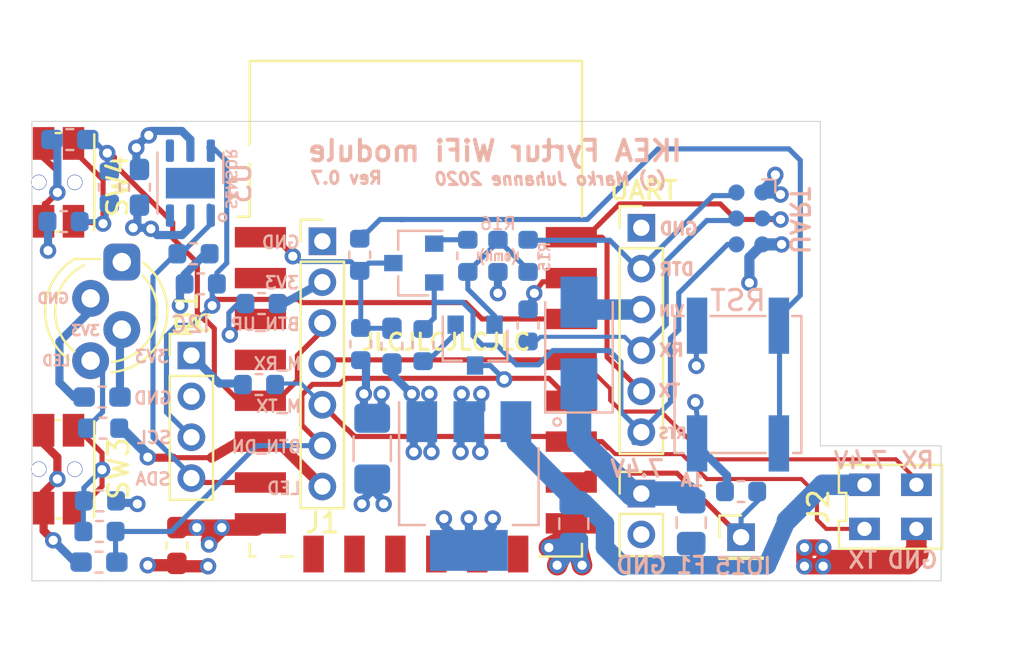
<source format=kicad_pcb>
(kicad_pcb (version 20171130) (host pcbnew "(5.1.6-0-10_14)")
  (layers (0 F.Cu signal) (1 In1.Cu signal hide) (2 In2.Cu signal hide) (31 B.Cu signal) (34 B.Paste user hide) (35 F.Paste user hide) (36 B.SilkS user) (37 F.SilkS user) (38 B.Mask user hide) (39 F.Mask user hide) (44 Edge.Cuts user))
  (net 0 "")
  (net 1 EN)
  (net 2 RTS)
  (net 3 "Net-(Q1-Pad1)")
  (net 4 DTR)
  (net 5 "Net-(Q2-Pad1)")
  (net 6 GND)
  (net 7 +3V3)
  (net 8 TXD0)
  (net 9 RXD0)
  (net 10 RST)
  (net 11 "Net-(R11-Pad1)")
  (net 12 "Net-(R10-Pad2)")
  (net 13 "Net-(R14-Pad2)")
  (net 14 TXD2)
  (net 15 "Net-(U2-Pad14)")
  (net 16 "Net-(U2-Pad13)")
  (net 17 "Net-(U2-Pad12)")
  (net 18 "Net-(U2-Pad11)")
  (net 19 "Net-(U2-Pad10)")
  (net 20 "Net-(U2-Pad9)")
  (net 21 RXD2)
  (net 22 LED)
  (net 23 BTN_UP)
  (net 24 "Net-(U2-Pad4)")
  (net 25 "Net-(U2-Pad2)")
  (net 26 GPIO15)
  (net 27 +7.5V)
  (net 28 CTS_DTR)
  (net 29 "Net-(D1-Pad4)")
  (net 30 "Net-(D1-Pad1)")
  (net 31 GPIO0_BTN_DOWN)
  (net 32 SDA)
  (net 33 SCL)
  (net 34 "Net-(U3-Pad7)")
  (net 35 "Net-(U3-Pad4)")
  (net 36 "Net-(U3-Pad3)")
  (net 37 VIN)
  (net 38 EXT_V)
  (net 39 "Net-(R17-Pad2)")
  (module ikea-fyrtur:Panasonic_EVQ-P7L (layer F.Cu) (at 92.2655 78.2955 90)
    (fp_text reference SW4 (at -0.1905 2.4765 90) (layer F.SilkS))
    (fp_text value S2)
    (pad "" np_thru_hole circle (at 0 -1.375 270) (size 0.75 0.75) (drill 0.7) (layers *.Cu *.Mask))
    (pad "" np_thru_hole circle (at 0 0.381 270) (size 0.75 0.75) (drill 0.7) (layers *.Cu *.Mask))
    (pad 1 smd rect (at 1.905 -1.143 270) (size 1.6 1.05) (layers F.Cu F.Paste F.Mask) (net 6 GND))
    (pad 1 smd rect (at -1.905 -1.143 270) (size 1.6 1.05) (layers F.Cu F.Paste F.Mask) (net 6 GND))
    (pad 2 smd rect (at -1.905 0.3175 270) (size 1.6 1.05) (layers F.Cu F.Paste F.Mask) (net 12 "Net-(R10-Pad2)"))
    (pad 2 smd rect (at 1.905 0.3175 270) (size 1.6 1.05) (layers F.Cu F.Paste F.Mask) (net 12 "Net-(R10-Pad2)"))
  )
  (module ikea-fyrtur:Panasonic_EVQ-P7L (layer F.Cu) (at 92.2655 92.329 90)
    (fp_text reference SW3 (at 0.0254 2.5273 90) (layer F.SilkS))
    (fp_text value S1)
    (pad "" np_thru_hole circle (at 0 -1.375 270) (size 0.75 0.75) (drill 0.7) (layers *.Cu *.Mask))
    (pad "" np_thru_hole circle (at 0 0.381 270) (size 0.75 0.75) (drill 0.7) (layers *.Cu *.Mask))
    (pad 1 smd rect (at 1.905 -1.143 270) (size 1.6 1.05) (layers F.Cu F.Paste F.Mask) (net 6 GND))
    (pad 1 smd rect (at -1.905 -1.143 270) (size 1.6 1.05) (layers F.Cu F.Paste F.Mask) (net 6 GND))
    (pad 2 smd rect (at -1.905 0.3175 270) (size 1.6 1.05) (layers F.Cu F.Paste F.Mask) (net 11 "Net-(R11-Pad1)"))
    (pad 2 smd rect (at 1.905 0.3175 270) (size 1.6 1.05) (layers F.Cu F.Paste F.Mask) (net 11 "Net-(R11-Pad1)"))
  )
  (module ikea-fyrtur:DFN-6-1EP_3x3mm_P1mm_EP1.5x2.4mm-HS (layer B.Cu) (at 98.298 78.3336 90)
    (fp_text reference U3 (at 0 2.45 -90) (layer B.SilkS) (effects (justify mirror)))
    (fp_text value Si7021-A20)
    (pad 1 smd roundrect (at -1.5875 1 90) (size 1.1 0.4) (layers B.Cu B.Paste B.Mask) (net 32 SDA))
    (pad 2 smd roundrect (at -1.5875 0 90) (size 1.1 0.4) (layers B.Cu B.Paste B.Mask) (net 6 GND))
    (pad 3 smd roundrect (at -1.5875 -1 90) (size 1.1 0.4) (layers B.Cu B.Paste B.Mask) (net 36 "Net-(U3-Pad3)"))
    (pad 4 smd roundrect (at 1.5875 -1 90) (size 1.1 0.4) (layers B.Cu B.Paste B.Mask) (net 35 "Net-(U3-Pad4)"))
    (pad 5 smd roundrect (at 1.5875 0 90) (size 1.1 0.4) (layers B.Cu B.Paste B.Mask) (net 7 +3V3))
    (pad 6 smd roundrect (at 1.5875 1 90) (size 1.1 0.4) (layers B.Cu B.Paste B.Mask) (net 33 SCL))
    (pad 7 smd rect (at 0 0 90) (size 1.5 2.4) (layers B.Cu B.Mask) (net 34 "Net-(U3-Pad7)"))
  )
  (module ikea-fyrtur:Fyrtyr-Motor-Connector (layer F.Cu) (at 132.5245 94.1705)
    (fp_text reference J2 (at -3.52 0 90) (layer F.SilkS))
    (fp_text value MOTOR)
    (pad "" np_thru_hole oval (at 0 0) (size 3.1 1) (drill oval 3.1 1) (layers *.Cu *.Mask))
    (pad 1 thru_hole rect (at 1.27 1.0795) (size 1.5 1.1) (drill 0.7) (layers *.Cu *.Mask) (net 6 GND))
    (pad 3 thru_hole rect (at 1.27 -1.0795) (size 1.5 1.1) (drill 0.7) (layers *.Cu *.Mask) (net 21 RXD2))
    (pad 2 thru_hole rect (at -1.27 1.0795) (size 1.5 1.1) (drill 0.7) (layers *.Cu *.Mask) (net 14 TXD2))
    (pad 4 thru_hole rect (at -1.27 -1.0795) (size 1.5 1.1) (drill 0.7) (layers *.Cu *.Mask) (net 27 +7.5V))
  )
  (module ikea-fyrtur:WS2812-TH (layer F.Cu) (at 94.9452 82.1944 270)
    (fp_text reference D1 (at 2.413 -3.198 90) (layer F.SilkS))
    (fp_text value WS2812-TH)
    (pad 4 thru_hole roundrect (at 0 0 270) (size 1.8 1.8) (drill 0.9) (layers *.Cu *.Mask) (net 29 "Net-(D1-Pad4)"))
    (pad 3 thru_hole circle (at 1.778 1.524 270) (size 1.8 1.8) (drill 0.9) (layers *.Cu *.Mask) (net 6 GND))
    (pad 2 thru_hole circle (at 3.302 0 270) (size 1.8 1.8) (drill 0.9) (layers *.Cu *.Mask) (net 7 +3V3))
    (pad 1 thru_hole circle (at 4.826 1.524 270) (size 1.8 1.8) (drill 0.9) (layers *.Cu *.Mask) (net 30 "Net-(D1-Pad1)"))
  )
  (module ikea-fyrtur:SMTToolingHole_1.152mm (layer F.Cu) (at 102.108 96.5708)
    (fp_text reference REF** hide)
    (fp_text value SMTToolingHole_1.152mm hide)
    (pad "" np_thru_hole circle (at 0 0) (size 1.152 1.152) (drill 1.152) (layers *.Cu *.Mask) (clearance 0.5) (thermal_gap 0.5))
  )
  (module ikea-fyrtur:SMTToolingHole_1.152mm (layer F.Cu) (at 101.6 76.9112)
    (fp_text reference REF** hide)
    (fp_text value SMTToolingHole_1.152mm hide)
    (pad "" np_thru_hole circle (at 0 0) (size 1.152 1.152) (drill 1.152) (layers *.Cu *.Mask) (clearance 0.5) (thermal_gap 0.5))
  )
  (module ikea-fyrtur:SMTToolingHole_1.152mm (layer F.Cu) (at 125.0696 88.1888)
    (fp_text reference REF** hide)
    (fp_text value SMTToolingHole_1.152mm hide)
    (pad "" np_thru_hole circle (at 0 0) (size 1.152 1.152) (drill 1.152) (layers *.Cu *.Mask) (clearance 0.5) (thermal_gap 0.5))
  )
  (module Capacitor_SMD:C_0805_2012Metric_Pad1.15x1.40mm_HandSolder (layer B.Cu) (at 117.0432 94.996 270)
    (fp_text reference C1 hide)
    (fp_text value "22uF 25V" hide)
    (pad 2 smd roundrect (at 1.025 0 270) (size 1.15 1.4) (layers B.Cu B.Paste B.Mask) (roundrect_rratio 0.217391) (net 6 GND))
    (pad 1 smd roundrect (at -1.025 0 270) (size 1.15 1.4) (layers B.Cu B.Paste B.Mask) (roundrect_rratio 0.217391) (net 27 +7.5V))
  )
  (module Resistor_SMD:R_0603_1608Metric (layer B.Cu) (at 106.5784 81.8388 90)
    (fp_text reference R17 hide)
    (fp_text value 470R hide)
    (pad 2 smd roundrect (at 0.7875 0 90) (size 0.875 0.95) (layers B.Cu B.Paste B.Mask) (net 39 "Net-(R17-Pad2)"))
    (pad 1 smd roundrect (at -0.7875 0 90) (size 0.875 0.95) (layers B.Cu B.Paste B.Mask) (net 10 RST))
  )
  (module Capacitor_SMD:C_0603_1608Metric_Pad1.05x0.95mm_HandSolder (layer B.Cu) (at 108.1532 86.3092 270)
    (fp_text reference C8 hide)
    (fp_text value "100nF 50V" hide)
    (pad 2 smd roundrect (at 0.875 0 270) (size 1.05 0.95) (layers B.Cu B.Paste B.Mask) (net 6 GND))
    (pad 1 smd roundrect (at -0.875 0 270) (size 1.05 0.95) (layers B.Cu B.Paste B.Mask) (net 10 RST))
  )
  (module Capacitor_SMD:C_1206_3216Metric_Pad1.42x1.75mm_HandSolder (layer B.Cu) (at 107.188 91.3241 270)
    (fp_text reference C3 hide)
    (fp_text value "47uF 10V")
    (pad 2 smd roundrect (at 1.4875 0 270) (size 1.425 1.75) (layers B.Cu B.Paste B.Mask) (roundrect_rratio 0.175439) (net 6 GND))
    (pad 1 smd roundrect (at -1.4875 0 270) (size 1.425 1.75) (layers B.Cu B.Paste B.Mask) (roundrect_rratio 0.175439) (net 7 +3V3))
  )
  (module Fuse:Fuse_0805_2012Metric_Pad1.15x1.40mm_HandSolder (layer B.Cu) (at 122.7836 94.9452 270)
    (fp_text reference F1 (at 2.0828 0) (layer B.SilkS) (effects (font (size 0.8 0.8)) (justify mirror)))
    (fp_text value 1A (at -2.0828 -0.0508) (layer B.SilkS) (effects (font (size 0.6 0.6)) (justify mirror)))
    (pad 2 smd roundrect (at 1.025 0 270) (size 1.15 1.4) (layers B.Cu B.Paste B.Mask) (roundrect_rratio 0.217391) (net 27 +7.5V))
    (pad 1 smd roundrect (at -1.025 0 270) (size 1.15 1.4) (layers B.Cu B.Paste B.Mask) (roundrect_rratio 0.217391) (net 38 EXT_V))
  )
  (module Diode_SMD:D_SMA (layer B.Cu) (at 117.2972 86.1568 90)
    (fp_text reference D2 hide)
    (fp_text value SS14 hide)
    (pad 2 smd rect (at 2 0 90) (size 2.5 1.8) (layers B.Cu B.Paste B.Mask) (net 37 VIN))
    (pad 1 smd rect (at -2 0 90) (size 2.5 1.8) (layers B.Cu B.Paste B.Mask) (net 38 EXT_V))
  )
  (module Connector_PinHeader_2.00mm:PinHeader_1x01_P2.00mm_Vertical (layer F.Cu) (at 125.222 95.6564)
    (fp_text reference J8 hide)
    (fp_text value IO15 (at 0.1016 1.4224) (layer B.SilkS) (effects (font (size 0.8 0.8)) (justify mirror)))
    (pad 1 thru_hole rect (at 0 0) (size 1.35 1.35) (drill 0.8) (layers *.Cu *.Mask) (net 26 GPIO15))
  )
  (module Capacitor_SMD:C_0603_1608Metric_Pad1.05x0.95mm_HandSolder (layer B.Cu) (at 95.8088 78.5368 90)
    (fp_text reference C5 hide)
    (fp_text value "100nF 50V" hide)
    (pad 2 smd roundrect (at 0.875 0 90) (size 1.05 0.95) (layers B.Cu B.Paste B.Mask) (net 7 +3V3))
    (pad 1 smd roundrect (at -0.875 0 90) (size 1.05 0.95) (layers B.Cu B.Paste B.Mask) (net 6 GND))
  )
  (module Capacitor_SMD:C_0603_1608Metric_Pad1.05x0.95mm_HandSolder (layer B.Cu) (at 93.98 88.7984 180)
    (fp_text reference C2 hide)
    (fp_text value "100nF 50V" hide)
    (pad 2 smd roundrect (at 0.875 0 180) (size 1.05 0.95) (layers B.Cu B.Paste B.Mask) (net 6 GND))
    (pad 1 smd roundrect (at -0.875 0 180) (size 1.05 0.95) (layers B.Cu B.Paste B.Mask) (net 7 +3V3))
  )
  (module Resistor_SMD:R_0603_1608Metric (layer B.Cu) (at 101.6508 88.1888 180)
    (fp_text reference R8 hide)
    (fp_text value 10K hide)
    (pad 2 smd roundrect (at 0.7875 0 180) (size 0.875 0.95) (layers B.Cu B.Paste B.Mask) (net 7 +3V3))
    (pad 1 smd roundrect (at -0.7875 0 180) (size 0.875 0.95) (layers B.Cu B.Paste B.Mask) (net 14 TXD2))
  )
  (module Connector_PinHeader_2.00mm:PinHeader_1x04_P2.00mm_Vertical (layer F.Cu) (at 98.3488 86.7664)
    (fp_text reference J6 hide)
    (fp_text value I2C)
    (pad 4 thru_hole oval (at 0 6) (size 1.35 1.35) (drill 0.8) (layers *.Cu *.Mask) (net 32 SDA))
    (pad 3 thru_hole oval (at 0 4) (size 1.35 1.35) (drill 0.8) (layers *.Cu *.Mask) (net 33 SCL))
    (pad 2 thru_hole oval (at 0 2) (size 1.35 1.35) (drill 0.8) (layers *.Cu *.Mask) (net 6 GND))
    (pad 1 thru_hole rect (at 0 0) (size 1.35 1.35) (drill 0.8) (layers *.Cu *.Mask) (net 7 +3V3))
  )
  (module Button_Switch_SMD:SW_SPST_EVQP0 (layer B.Cu) (at 125.0696 88.1888 270)
    (fp_text reference SW1 hide)
    (fp_text value SW1_RST hide)
    (fp_text user RST (at -4.1148 0) (layer B.SilkS) (effects (justify mirror)))
    (pad 2 smd rect (at 2.88 -2 270) (size 2.75 1) (layers B.Cu B.Paste B.Mask) (net 39 "Net-(R17-Pad2)"))
    (pad 2 smd rect (at -2.88 -2 270) (size 2.75 1) (layers B.Cu B.Paste B.Mask) (net 39 "Net-(R17-Pad2)"))
    (pad 1 smd rect (at -2.88 2 270) (size 2.75 1) (layers B.Cu B.Paste B.Mask) (net 6 GND))
    (pad 1 smd rect (at 2.88 2 270) (size 2.75 1) (layers B.Cu B.Paste B.Mask) (net 6 GND))
  )
  (module Resistor_SMD:R_0603_1608Metric (layer B.Cu) (at 98.806 83.2612 180)
    (fp_text reference R6 hide)
    (fp_text value 10K)
    (pad 2 smd roundrect (at 0.7875 0 180) (size 0.875 0.95) (layers B.Cu B.Paste B.Mask) (net 7 +3V3))
    (pad 1 smd roundrect (at -0.7875 0 180) (size 0.875 0.95) (layers B.Cu B.Paste B.Mask) (net 33 SCL))
  )
  (module Connector_PinHeader_2.00mm:PinHeader_1x02_P2.00mm_Vertical (layer F.Cu) (at 120.3452 93.5228)
    (fp_text reference J5 hide)
    (fp_text value PWR)
    (pad 2 thru_hole oval (at 0 2) (size 1.35 1.35) (drill 0.8) (layers *.Cu *.Mask) (net 6 GND))
    (pad 1 thru_hole rect (at 0 0) (size 1.35 1.35) (drill 0.8) (layers *.Cu *.Mask) (net 38 EXT_V))
  )
  (module Connector_PinHeader_2.00mm:PinHeader_1x06_P2.00mm_Vertical (layer F.Cu) (at 120.3452 80.518)
    (fp_text reference J4 hide)
    (fp_text value UART_2mm hide)
    (pad 6 thru_hole oval (at 0 10) (size 1.35 1.35) (drill 0.8) (layers *.Cu *.Mask) (net 2 RTS))
    (pad 5 thru_hole oval (at 0 8) (size 1.35 1.35) (drill 0.8) (layers *.Cu *.Mask) (net 8 TXD0))
    (pad 4 thru_hole oval (at 0 6) (size 1.35 1.35) (drill 0.8) (layers *.Cu *.Mask) (net 9 RXD0))
    (pad 3 thru_hole oval (at 0 4) (size 1.35 1.35) (drill 0.8) (layers *.Cu *.Mask) (net 37 VIN))
    (pad 2 thru_hole oval (at 0 2) (size 1.35 1.35) (drill 0.8) (layers *.Cu *.Mask) (net 28 CTS_DTR))
    (pad 1 thru_hole rect (at 0 0) (size 1.35 1.35) (drill 0.8) (layers *.Cu *.Mask) (net 6 GND))
  )
  (module Resistor_SMD:R_0603_1608Metric (layer B.Cu) (at 113.3348 81.8896 270)
    (fp_text reference R16 (at -1.5748 0 180) (layer B.SilkS) (effects (font (size 0.6 0.6) (thickness 0.1)) (justify mirror)))
    (fp_text value "33K (omit by default)")
    (pad 2 smd roundrect (at 0.7875 0 270) (size 0.875 0.95) (layers B.Cu B.Paste B.Mask) (net 7 +3V3))
    (pad 1 smd roundrect (at -0.7875 0 270) (size 0.875 0.95) (layers B.Cu B.Paste B.Mask) (net 4 DTR))
  )
  (module Resistor_SMD:R_0603_1608Metric (layer B.Cu) (at 114.808 81.8896 90)
    (fp_text reference R15 (at -0.0508 0.8128 90) (layer B.SilkS) (effects (font (size 0.5 0.5) (thickness 0.1)) (justify mirror)))
    (fp_text value 0R hide)
    (pad 2 smd roundrect (at 0.7875 0 90) (size 0.875 0.95) (layers B.Cu B.Paste B.Mask) (net 28 CTS_DTR))
    (pad 1 smd roundrect (at -0.7875 0 90) (size 0.875 0.95) (layers B.Cu B.Paste B.Mask) (net 4 DTR))
  )
  (module Connector:Tag-Connect_TC2030-IDC-NL_2x03_P1.27mm_Vertical (layer B.Cu) (at 125.6284 80.0608 270)
    (fp_text reference J3 hide)
    (fp_text value UART_TagConnect)
    (pad 6 connect circle (at 1.27 0.635 270) (size 0.7874 0.7874) (layers B.Cu B.Mask) (net 2 RTS))
    (pad 5 connect circle (at 1.27 -0.635 270) (size 0.7874 0.7874) (layers B.Cu B.Mask) (net 6 GND))
    (pad 4 connect circle (at 0 0.635 270) (size 0.7874 0.7874) (layers B.Cu B.Mask) (net 9 RXD0))
    (pad 3 connect circle (at 0 -0.635 270) (size 0.7874 0.7874) (layers B.Cu B.Mask) (net 8 TXD0))
    (pad 2 connect circle (at -1.27 0.635 270) (size 0.7874 0.7874) (layers B.Cu B.Mask) (net 28 CTS_DTR))
    (pad 1 connect circle (at -1.27 -0.635 270) (size 0.7874 0.7874) (layers B.Cu B.Mask) (net 37 VIN))
    (pad "" np_thru_hole circle (at -2.54 0 270) (size 0.9906 0.9906) (drill 0.9906) (layers *.Cu *.Mask))
    (pad "" np_thru_hole circle (at 2.54 -1.016 270) (size 0.9906 0.9906) (drill 0.9906) (layers *.Cu *.Mask))
    (pad "" np_thru_hole circle (at 2.54 1.016 270) (size 0.9906 0.9906) (drill 0.9906) (layers *.Cu *.Mask))
  )
  (module Resistor_SMD:R_0603_1608Metric (layer B.Cu) (at 114.808 85.2932 90)
    (fp_text reference R14 hide)
    (fp_text value 470R hide)
    (pad 2 smd roundrect (at 0.7875 0 90) (size 0.875 0.95) (layers B.Cu B.Paste B.Mask) (net 13 "Net-(R14-Pad2)"))
    (pad 1 smd roundrect (at -0.7875 0 90) (size 0.875 0.95) (layers B.Cu B.Paste B.Mask) (net 9 RXD0))
  )
  (module Resistor_SMD:R_0603_1608Metric (layer B.Cu) (at 94.0308 90.3224 180)
    (fp_text reference R13 hide)
    (fp_text value 1K hide)
    (pad 2 smd roundrect (at 0.7875 0 180) (size 0.875 0.95) (layers B.Cu B.Paste B.Mask) (net 30 "Net-(D1-Pad1)"))
    (pad 1 smd roundrect (at -0.7875 0 180) (size 0.875 0.95) (layers B.Cu B.Paste B.Mask) (net 22 LED))
  )
  (module Resistor_SMD:R_0603_1608Metric (layer B.Cu) (at 92.1004 80.2132 180)
    (fp_text reference R12 hide)
    (fp_text value 10K hide)
    (pad 2 smd roundrect (at 0.7875 0 180) (size 0.875 0.95) (layers B.Cu B.Paste B.Mask) (net 7 +3V3))
    (pad 1 smd roundrect (at -0.7875 0 180) (size 0.875 0.95) (layers B.Cu B.Paste B.Mask) (net 12 "Net-(R10-Pad2)"))
  )
  (module Resistor_SMD:R_0603_1608Metric (layer B.Cu) (at 93.8784 93.8784)
    (fp_text reference R11 hide)
    (fp_text value 10K hide)
    (pad 2 smd roundrect (at 0.7875 0) (size 0.875 0.95) (layers B.Cu B.Paste B.Mask) (net 7 +3V3))
    (pad 1 smd roundrect (at -0.7875 0) (size 0.875 0.95) (layers B.Cu B.Paste B.Mask) (net 11 "Net-(R11-Pad1)"))
  )
  (module Resistor_SMD:R_0603_1608Metric (layer B.Cu) (at 94.3356 78.5368 270)
    (fp_text reference R10 hide)
    (fp_text value 1K hide)
    (pad 2 smd roundrect (at 0.7875 0 270) (size 0.875 0.95) (layers B.Cu B.Paste B.Mask) (net 12 "Net-(R10-Pad2)"))
    (pad 1 smd roundrect (at -0.7875 0 270) (size 0.875 0.95) (layers B.Cu B.Paste B.Mask) (net 23 BTN_UP))
  )
  (module Resistor_SMD:R_0603_1608Metric (layer B.Cu) (at 93.8531 95.377 180)
    (fp_text reference R9 hide)
    (fp_text value 1K hide)
    (pad 2 smd roundrect (at 0.7875 0 180) (size 0.875 0.95) (layers B.Cu B.Paste B.Mask) (net 11 "Net-(R11-Pad1)"))
    (pad 1 smd roundrect (at -0.7875 0 180) (size 0.875 0.95) (layers B.Cu B.Paste B.Mask) (net 31 GPIO0_BTN_DOWN))
  )
  (module Resistor_SMD:R_0603_1608Metric (layer B.Cu) (at 125.222 93.4212 180)
    (fp_text reference R7 hide)
    (fp_text value 10K hide)
    (pad 2 smd roundrect (at 0.7875 0 180) (size 0.875 0.95) (layers B.Cu B.Paste B.Mask) (net 6 GND))
    (pad 1 smd roundrect (at -0.7875 0 180) (size 0.875 0.95) (layers B.Cu B.Paste B.Mask) (net 26 GPIO15))
  )
  (module Resistor_SMD:R_0603_1608Metric (layer B.Cu) (at 106.6292 86.2076 90)
    (fp_text reference R5 hide)
    (fp_text value 10K)
    (pad 2 smd roundrect (at 0.7875 0 90) (size 0.875 0.95) (layers B.Cu B.Paste B.Mask) (net 10 RST))
    (pad 1 smd roundrect (at -0.7875 0 90) (size 0.875 0.95) (layers B.Cu B.Paste B.Mask) (net 7 +3V3))
  )
  (module Resistor_SMD:R_0603_1608Metric (layer B.Cu) (at 98.4504 81.788)
    (fp_text reference R4 hide)
    (fp_text value 10K hide)
    (pad 2 smd roundrect (at 0.7875 0) (size 0.875 0.95) (layers B.Cu B.Paste B.Mask) (net 7 +3V3))
    (pad 1 smd roundrect (at -0.7875 0) (size 0.875 0.95) (layers B.Cu B.Paste B.Mask) (net 32 SDA))
  )
  (module Resistor_SMD:R_0603_1608Metric (layer B.Cu) (at 101.7779 84.2264)
    (fp_text reference R3 hide)
    (fp_text value 10K hide)
    (pad 2 smd roundrect (at 0.7875 0) (size 0.875 0.95) (layers B.Cu B.Paste B.Mask) (net 7 +3V3))
    (pad 1 smd roundrect (at -0.7875 0) (size 0.875 0.95) (layers B.Cu B.Paste B.Mask) (net 1 EN))
  )
  (module Resistor_SMD:R_0603_1608Metric (layer B.Cu) (at 109.6772 86.2584 90)
    (fp_text reference R2 hide)
    (fp_text value 10K)
    (pad 2 smd roundrect (at 0.7875 0 90) (size 0.875 0.95) (layers B.Cu B.Paste B.Mask) (net 2 RTS))
    (pad 1 smd roundrect (at -0.7875 0 90) (size 0.875 0.95) (layers B.Cu B.Paste B.Mask) (net 5 "Net-(Q2-Pad1)"))
  )
  (module Resistor_SMD:R_0603_1608Metric (layer B.Cu) (at 111.8616 81.8896 270)
    (fp_text reference R1 hide)
    (fp_text value 10K)
    (pad 2 smd roundrect (at 0.7875 0 270) (size 0.875 0.95) (layers B.Cu B.Paste B.Mask) (net 4 DTR))
    (pad 1 smd roundrect (at -0.7875 0 270) (size 0.875 0.95) (layers B.Cu B.Paste B.Mask) (net 3 "Net-(Q1-Pad1)"))
  )
  (module Capacitor_SMD:C_0603_1608Metric_Pad1.05x0.95mm_HandSolder (layer B.Cu) (at 93.8276 96.8756 180)
    (fp_text reference C7 hide)
    (fp_text value "100nF 50V" hide)
    (pad 2 smd roundrect (at 0.875 0 180) (size 1.05 0.95) (layers B.Cu B.Paste B.Mask) (net 6 GND))
    (pad 1 smd roundrect (at -0.875 0 180) (size 1.05 0.95) (layers B.Cu B.Paste B.Mask) (net 31 GPIO0_BTN_DOWN))
  )
  (module Capacitor_SMD:C_0603_1608Metric_Pad1.05x0.95mm_HandSolder (layer B.Cu) (at 92.4052 76.2 180)
    (fp_text reference C6 hide)
    (fp_text value "100nF 50V" hide)
    (pad 2 smd roundrect (at 0.875 0 180) (size 1.05 0.95) (layers B.Cu B.Paste B.Mask) (net 6 GND))
    (pad 1 smd roundrect (at -0.875 0 180) (size 1.05 0.95) (layers B.Cu B.Paste B.Mask) (net 23 BTN_UP))
  )
  (module Capacitor_SMD:C_0603_1608Metric_Pad1.05x0.95mm_HandSolder (layer F.Cu) (at 97.6376 96.0628 270)
    (fp_text reference C4 hide)
    (fp_text value "100nF 50V" hide)
    (pad 2 smd roundrect (at 0.875 0 270) (size 1.05 0.95) (layers F.Cu F.Paste F.Mask) (net 6 GND))
    (pad 1 smd roundrect (at -0.875 0 270) (size 1.05 0.95) (layers F.Cu F.Paste F.Mask) (net 7 +3V3))
  )
  (module Connector_PinHeader_2.00mm:PinHeader_1x07_P2.00mm_Vertical (layer F.Cu) (at 104.7496 81.1784)
    (fp_text reference J1 (at 0 13.7668) (layer F.SilkS))
    (fp_text value EXT_CTRL)
    (pad 7 thru_hole oval (at 0 12) (size 1.35 1.35) (drill 0.8) (layers *.Cu *.Mask) (net 22 LED))
    (pad 6 thru_hole oval (at 0 10) (size 1.35 1.35) (drill 0.8) (layers *.Cu *.Mask) (net 31 GPIO0_BTN_DOWN))
    (pad 5 thru_hole oval (at 0 8) (size 1.35 1.35) (drill 0.8) (layers *.Cu *.Mask) (net 14 TXD2))
    (pad 4 thru_hole oval (at 0 6) (size 1.35 1.35) (drill 0.8) (layers *.Cu *.Mask) (net 21 RXD2))
    (pad 3 thru_hole oval (at 0 4) (size 1.35 1.35) (drill 0.8) (layers *.Cu *.Mask) (net 23 BTN_UP))
    (pad 2 thru_hole oval (at 0 2) (size 1.35 1.35) (drill 0.8) (layers *.Cu *.Mask) (net 7 +3V3))
    (pad 1 thru_hole rect (at 0 0) (size 1.35 1.35) (drill 0.8) (layers *.Cu *.Mask) (net 6 GND))
  )
  (module RF_Module:ESP-12E (layer F.Cu) (at 109.3216 84.4804)
    (fp_text reference U2 hide)
    (fp_text value ESP-12F)
    (pad 22 smd rect (at 7.6 -3.5) (size 2.5 1) (layers F.Cu F.Paste F.Mask) (net 8 TXD0))
    (pad 21 smd rect (at 7.6 -1.5) (size 2.5 1) (layers F.Cu F.Paste F.Mask) (net 13 "Net-(R14-Pad2)"))
    (pad 20 smd rect (at 7.6 0.5) (size 2.5 1) (layers F.Cu F.Paste F.Mask) (net 33 SCL))
    (pad 19 smd rect (at 7.6 2.5) (size 2.5 1) (layers F.Cu F.Paste F.Mask) (net 21 RXD2))
    (pad 18 smd rect (at 7.6 4.5) (size 2.5 1) (layers F.Cu F.Paste F.Mask) (net 31 GPIO0_BTN_DOWN))
    (pad 17 smd rect (at 7.6 6.5) (size 2.5 1) (layers F.Cu F.Paste F.Mask) (net 14 TXD2))
    (pad 16 smd rect (at 7.6 8.5) (size 2.5 1) (layers F.Cu F.Paste F.Mask) (net 26 GPIO15))
    (pad 15 smd rect (at 7.6 10.5) (size 2.5 1) (layers F.Cu F.Paste F.Mask) (net 6 GND))
    (pad 14 smd rect (at 5 12) (size 1 1.8) (layers F.Cu F.Paste F.Mask) (net 15 "Net-(U2-Pad14)"))
    (pad 13 smd rect (at 3 12) (size 1 1.8) (layers F.Cu F.Paste F.Mask) (net 16 "Net-(U2-Pad13)"))
    (pad 12 smd rect (at 1 12) (size 1 1.8) (layers F.Cu F.Paste F.Mask) (net 17 "Net-(U2-Pad12)"))
    (pad 11 smd rect (at -1 12) (size 1 1.8) (layers F.Cu F.Paste F.Mask) (net 18 "Net-(U2-Pad11)"))
    (pad 10 smd rect (at -3 12) (size 1 1.8) (layers F.Cu F.Paste F.Mask) (net 19 "Net-(U2-Pad10)"))
    (pad 9 smd rect (at -5 12) (size 1 1.8) (layers F.Cu F.Paste F.Mask) (net 20 "Net-(U2-Pad9)"))
    (pad 8 smd rect (at -7.6 10.5) (size 2.5 1) (layers F.Cu F.Paste F.Mask) (net 7 +3V3))
    (pad 7 smd rect (at -7.6 8.5) (size 2.5 1) (layers F.Cu F.Paste F.Mask) (net 32 SDA))
    (pad 6 smd rect (at -7.6 6.5) (size 2.5 1) (layers F.Cu F.Paste F.Mask) (net 22 LED))
    (pad 5 smd rect (at -7.6 4.5) (size 2.5 1) (layers F.Cu F.Paste F.Mask) (net 23 BTN_UP))
    (pad 4 smd rect (at -7.6 2.5) (size 2.5 1) (layers F.Cu F.Paste F.Mask) (net 24 "Net-(U2-Pad4)"))
    (pad 3 smd rect (at -7.6 0.5) (size 2.5 1) (layers F.Cu F.Paste F.Mask) (net 1 EN))
    (pad 2 smd rect (at -7.6 -1.5) (size 2.5 1) (layers F.Cu F.Paste F.Mask) (net 25 "Net-(U2-Pad2)"))
    (pad 1 smd rect (at -7.6 -3.5) (size 2.5 1) (layers F.Cu F.Paste F.Mask) (net 10 RST))
  )
  (module Package_TO_SOT_SMD:SOT-223-3_TabPin2 (layer B.Cu) (at 111.9124 93.1545 270)
    (fp_text reference U1 hide)
    (fp_text value AMS1117-3.3 hide)
    (pad 1 smd rect (at -3.15 2.3 270) (size 2 1.5) (layers B.Cu B.Paste B.Mask) (net 6 GND))
    (pad 3 smd rect (at -3.15 -2.3 270) (size 2 1.5) (layers B.Cu B.Paste B.Mask) (net 27 +7.5V))
    (pad 2 smd rect (at -3.15 0 270) (size 2 1.5) (layers B.Cu B.Paste B.Mask) (net 7 +3V3))
    (pad 2 smd rect (at 3.15 0 270) (size 2 3.8) (layers B.Cu B.Paste B.Mask) (net 7 +3V3))
  )
  (module Package_TO_SOT_SMD:SOT-23 (layer B.Cu) (at 112.2172 86.2584 270)
    (fp_text reference Q2 hide)
    (fp_text value SS8050-G hide)
    (pad 3 smd rect (at 1 0 270) (size 0.9 0.8) (layers B.Cu B.Paste B.Mask) (net 31 GPIO0_BTN_DOWN))
    (pad 2 smd rect (at -1 -0.95 270) (size 0.9 0.8) (layers B.Cu B.Paste B.Mask) (net 4 DTR))
    (pad 1 smd rect (at -1 0.95 270) (size 0.9 0.8) (layers B.Cu B.Paste B.Mask) (net 5 "Net-(Q2-Pad1)"))
  )
  (module Package_TO_SOT_SMD:SOT-23 (layer B.Cu) (at 109.22 82.2452 180)
    (fp_text reference Q1 hide)
    (fp_text value SS8050-G hide)
    (pad 3 smd rect (at 1 0 180) (size 0.9 0.8) (layers B.Cu B.Paste B.Mask) (net 10 RST))
    (pad 2 smd rect (at -1 -0.95 180) (size 0.9 0.8) (layers B.Cu B.Paste B.Mask) (net 2 RTS))
    (pad 1 smd rect (at -1 0.95 180) (size 0.9 0.8) (layers B.Cu B.Paste B.Mask) (net 3 "Net-(Q1-Pad1)"))
  )
  (gr_text I2C (at 98.3996 85.1916) (layer F.SilkS) (effects (font (size 0.8 0.8) (thickness 0.12))))
  (gr_text I2C (at 98.298 85.2424) (layer B.SilkS) (effects (font (size 0.8 0.8) (thickness 0.12)) (justify mirror)))
  (gr_text UART (at 120.4468 78.6892) (layer F.SilkS) (effects (font (size 0.9 0.9) (thickness 0.16))))
  (gr_text SENSOR (at 100.2792 78.1304 270) (layer B.SilkS) (effects (font (size 0.5 0.5) (thickness 0.1)) (justify mirror)))
  (gr_circle (center 99.8728 80.01) (end 99.7712 79.8576) (layer B.SilkS) (width 0.12))
  (gr_circle (center 116.2304 90.0176) (end 116.1288 89.8652) (layer B.SilkS) (width 0.12))
  (gr_text UART (at 128.0668 80.1624 270) (layer B.SilkS) (effects (font (size 0.9 0.9) (thickness 0.16)) (justify mirror)))
  (gr_text "Rev 0.7" (at 105.918 78.0796) (layer B.SilkS) (effects (font (size 0.6 0.6)) (justify mirror)))
  (gr_text "(c) Marko Juhanne 2020" (at 115.9256 78.1304) (layer B.SilkS) (effects (font (size 0.6 0.6) (thickness 0.15) italic) (justify mirror)))
  (gr_text "IKEA Fyrtur WiFi module" (at 113.1824 76.7588) (layer B.SilkS) (effects (font (size 1 1) (thickness 0.2)) (justify mirror)))
  (gr_text "(omit)" (at 113.3348 81.8896) (layer B.SilkS) (effects (font (size 0.5 0.4) (thickness 0.1)) (justify mirror)))
  (gr_text JLCJLCJLCJLC (at 110.7948 86.106) (layer F.SilkS) (effects (font (size 0.8 0.8))))
  (gr_text 3V3 (at 96.4184 86.8172) (layer B.SilkS) (effects (font (size 0.6 0.6) (thickness 0.12)) (justify mirror)))
  (gr_text GND (at 96.4692 88.8492) (layer B.SilkS) (effects (font (size 0.6 0.6) (thickness 0.12)) (justify mirror)))
  (gr_text SCL (at 96.52 90.7796) (layer B.SilkS) (effects (font (size 0.6 0.6) (thickness 0.12)) (justify mirror)))
  (gr_text SDA (at 96.4692 92.8116) (layer B.SilkS) (effects (font (size 0.6 0.6) (thickness 0.12)) (justify mirror)))
  (gr_text GND (at 122.174 80.5688) (layer B.SilkS) (effects (font (size 0.6 0.6)) (justify mirror)))
  (gr_text DTR (at 122.0724 82.55) (layer B.SilkS) (effects (font (size 0.6 0.6)) (justify mirror)))
  (gr_text VIN (at 121.8184 84.582) (layer B.SilkS) (effects (font (size 0.5 0.5) (thickness 0.125)) (justify mirror)))
  (gr_text RX (at 121.8184 86.5124) (layer B.SilkS) (effects (font (size 0.6 0.6)) (justify mirror)))
  (gr_text TX (at 121.7168 88.4936) (layer B.SilkS) (effects (font (size 0.6 0.6)) (justify mirror)))
  (gr_text RTS (at 121.8692 90.5764) (layer B.SilkS) (effects (font (size 0.5 0.5) (thickness 0.125)) (justify mirror)))
  (gr_text LED (at 91.7448 87.0204) (layer B.SilkS) (effects (font (size 0.5 0.5) (thickness 0.12)) (justify mirror)))
  (gr_text 3V3 (at 93.1672 85.5472) (layer B.SilkS) (effects (font (size 0.5 0.5) (thickness 0.12)) (justify mirror)))
  (gr_text GND (at 91.5924 83.9724) (layer B.SilkS) (effects (font (size 0.5 0.5) (thickness 0.12)) (justify mirror)))
  (gr_text GND (at 120.3452 97.028) (layer B.SilkS) (effects (font (size 0.8 0.8) (thickness 0.16)) (justify mirror)))
  (gr_text 7.4V (at 120.142 92.3036) (layer B.SilkS) (effects (font (size 0.8 0.8) (thickness 0.16)) (justify mirror)))
  (gr_text M_RX (at 102.5652 87.1728) (layer B.SilkS) (effects (font (size 0.6 0.6) (thickness 0.12)) (justify mirror)))
  (gr_text M_TX (at 102.616 89.2556) (layer B.SilkS) (effects (font (size 0.6 0.6) (thickness 0.12)) (justify mirror)))
  (gr_text LED (at 102.87 93.2688) (layer B.SilkS) (effects (font (size 0.6 0.6) (thickness 0.12)) (justify mirror)))
  (gr_text BTN_DN (at 102.0064 91.2368) (layer B.SilkS) (effects (font (size 0.6 0.6) (thickness 0.12)) (justify mirror)))
  (gr_text BTN_UP (at 101.9556 85.2424) (layer B.SilkS) (effects (font (size 0.6 0.6) (thickness 0.12)) (justify mirror)))
  (gr_text 3V3 (at 102.7684 83.2104) (layer B.SilkS) (effects (font (size 0.6 0.6) (thickness 0.12)) (justify mirror)))
  (gr_text GND (at 102.7176 81.2292) (layer B.SilkS) (effects (font (size 0.6 0.6) (thickness 0.12)) (justify mirror)))
  (gr_text TX (at 131.1656 96.774) (layer B.SilkS) (effects (font (size 0.8 0.8)) (justify mirror)))
  (gr_text GND (at 133.604 96.774) (layer B.SilkS) (effects (font (size 0.8 0.8)) (justify mirror)))
  (gr_text 7.4V (at 131.064 91.8972) (layer B.SilkS) (effects (font (size 0.8 0.8)) (justify mirror)))
  (gr_text RX (at 133.858 91.8972) (layer B.SilkS) (effects (font (size 0.8 0.8)) (justify mirror)))
  (gr_line (start 90.551 75.311) (end 90.551 97.79) (layer Edge.Cuts) (width 0.05))
  (gr_line (start 129.0955 75.311) (end 90.551 75.311) (layer Edge.Cuts) (width 0.05))
  (gr_line (start 129.0955 91.186) (end 129.0955 75.311) (layer Edge.Cuts) (width 0.05))
  (gr_line (start 135.001 91.186) (end 129.0955 91.186) (layer Edge.Cuts) (width 0.05))
  (gr_line (start 135.001 97.79) (end 135.001 91.186) (layer Edge.Cuts) (width 0.05))
  (gr_line (start 90.551 97.79) (end 135.001 97.79) (layer Edge.Cuts) (width 0.05))
  (via (at 100.2284 85.7504) (size 0.8) (drill 0.45) (layers F.Cu B.Cu) (net 1))
  (segment (start 100.9984 84.9804) (end 100.2284 85.7504) (width 0.25) (layer F.Cu) (net 1))
  (segment (start 101.7216 84.9804) (end 100.9984 84.9804) (width 0.25) (layer F.Cu) (net 1))
  (segment (start 100.584 84.2772) (end 100.7872 84.2772) (width 0.25) (layer B.Cu) (net 1))
  (segment (start 100.1776 84.6836) (end 100.584 84.2772) (width 0.25) (layer B.Cu) (net 1))
  (segment (start 100.1776 85.7504) (end 100.1776 84.6836) (width 0.25) (layer B.Cu) (net 1))
  (segment (start 100.2284 85.7504) (end 100.1776 85.7504) (width 0.25) (layer B.Cu) (net 1))
  (segment (start 120.3452 90.6704) (end 120.3452 90.4748) (width 0.25) (layer B.Cu) (net 2))
  (segment (start 119.982 91.0336) (end 120.3452 90.6704) (width 0.25) (layer B.Cu) (net 2))
  (segment (start 122.174 83.7184) (end 124.5616 81.3308) (width 0.25) (layer B.Cu) (net 2))
  (segment (start 124.5616 81.3308) (end 124.9934 81.3308) (width 0.25) (layer B.Cu) (net 2))
  (segment (start 121.7676 85.928798) (end 122.174 85.522398) (width 0.25) (layer B.Cu) (net 2))
  (segment (start 121.7676 89.0448) (end 121.7676 85.928798) (width 0.25) (layer B.Cu) (net 2))
  (segment (start 122.174 85.522398) (end 122.174 83.7184) (width 0.25) (layer B.Cu) (net 2))
  (segment (start 120.142 90.6704) (end 121.7676 89.0448) (width 0.25) (layer B.Cu) (net 2))
  (segment (start 109.9972 85.2584) (end 109.9972 85.4051) (width 0.25) (layer B.Cu) (net 2))
  (segment (start 110.22 84.9281) (end 109.6772 85.4709) (width 0.25) (layer B.Cu) (net 2))
  (segment (start 110.22 84.1596) (end 110.22 84.9281) (width 0.25) (layer B.Cu) (net 2))
  (segment (start 110.22 83.1952) (end 110.22 84.1596) (width 0.25) (layer B.Cu) (net 2))
  (segment (start 112.1156 85.8012) (end 112.1156 84.671798) (width 0.25) (layer B.Cu) (net 2))
  (segment (start 111.603402 84.1596) (end 110.22 84.1596) (width 0.25) (layer B.Cu) (net 2))
  (segment (start 112.5728 86.2584) (end 112.1156 85.8012) (width 0.25) (layer B.Cu) (net 2))
  (segment (start 113.284 86.2584) (end 112.5728 86.2584) (width 0.25) (layer B.Cu) (net 2))
  (segment (start 114.2492 87.2236) (end 113.284 86.2584) (width 0.25) (layer B.Cu) (net 2))
  (segment (start 118.782684 86.524684) (end 116.014916 86.524684) (width 0.25) (layer B.Cu) (net 2))
  (segment (start 115.316 87.2236) (end 114.2492 87.2236) (width 0.25) (layer B.Cu) (net 2))
  (segment (start 116.014916 86.524684) (end 115.316 87.2236) (width 0.25) (layer B.Cu) (net 2))
  (segment (start 119.345199 87.087199) (end 118.782684 86.524684) (width 0.25) (layer B.Cu) (net 2))
  (segment (start 112.1156 84.671798) (end 111.603402 84.1596) (width 0.25) (layer B.Cu) (net 2))
  (segment (start 119.345199 89.517999) (end 119.345199 87.087199) (width 0.25) (layer B.Cu) (net 2))
  (segment (start 120.3452 90.518) (end 119.345199 89.517999) (width 0.25) (layer B.Cu) (net 2))
  (segment (start 110.4131 81.1021) (end 110.22 81.2952) (width 0.25) (layer B.Cu) (net 3))
  (segment (start 111.8616 81.1021) (end 110.4131 81.1021) (width 0.25) (layer B.Cu) (net 3))
  (segment (start 114.808 82.5753) (end 113.3348 81.1021) (width 0.25) (layer B.Cu) (net 4))
  (segment (start 114.808 82.6771) (end 114.808 82.5753) (width 0.25) (layer B.Cu) (net 4))
  (segment (start 113.3348 81.2039) (end 111.8616 82.6771) (width 0.25) (layer B.Cu) (net 4))
  (segment (start 113.3348 81.1021) (end 113.3348 81.2039) (width 0.25) (layer B.Cu) (net 4))
  (segment (start 111.8616 83.5152) (end 111.8616 82.6771) (width 0.25) (layer B.Cu) (net 4))
  (segment (start 113.1672 84.8208) (end 111.8616 83.5152) (width 0.25) (layer B.Cu) (net 4))
  (segment (start 113.1672 85.2584) (end 113.1672 84.8208) (width 0.25) (layer B.Cu) (net 4))
  (segment (start 111.2672 85.6844) (end 109.9057 87.0459) (width 0.25) (layer B.Cu) (net 5))
  (segment (start 109.9057 87.0459) (end 109.6772 87.0459) (width 0.25) (layer B.Cu) (net 5))
  (segment (start 111.2672 85.2584) (end 111.2672 85.6844) (width 0.25) (layer B.Cu) (net 5))
  (via (at 91.5924 95.8088) (size 0.8) (drill 0.45) (layers F.Cu B.Cu) (net 6))
  (via (at 125.6284 83.2104) (size 0.8) (drill 0.45) (layers F.Cu B.Cu) (net 6))
  (via (at 91.7956 92.8116) (size 0.8) (drill 0.45) (layers F.Cu B.Cu) (net 6))
  (via (at 91.7956 78.7908) (size 0.8) (drill 0.45) (layers F.Cu B.Cu) (net 6))
  (via (at 99.1616 97.0788) (size 0.8) (drill 0.45) (layers F.Cu B.Cu) (net 6))
  (via (at 96.2152 97.028) (size 0.8) (drill 0.45) (layers F.Cu B.Cu) (net 6))
  (via (at 127.2032 81.3308) (size 0.8) (drill 0.45) (layers F.Cu B.Cu) (net 6))
  (segment (start 127.3048 81.3308) (end 126.2634 81.3308) (width 0.6) (layer B.Cu) (net 6))
  (segment (start 97.5474 97.028) (end 97.6376 96.9378) (width 0.6) (layer F.Cu) (net 6))
  (segment (start 96.2152 97.028) (end 97.5474 97.028) (width 0.6) (layer F.Cu) (net 6))
  (segment (start 97.7786 97.0788) (end 97.6376 96.9378) (width 0.6) (layer F.Cu) (net 6))
  (segment (start 99.1616 97.0788) (end 97.7786 97.0788) (width 0.6) (layer F.Cu) (net 6))
  (segment (start 91.186 79.3496) (end 91.186 80.0608) (width 0.3) (layer F.Cu) (net 6))
  (segment (start 91.7956 77.724) (end 91.7956 78.7908) (width 0.3) (layer F.Cu) (net 6))
  (segment (start 91.1225 77.1017) (end 91.7956 77.724) (width 0.3) (layer F.Cu) (net 6))
  (segment (start 91.2368 79.3496) (end 91.7956 78.7908) (width 0.3) (layer F.Cu) (net 6))
  (segment (start 91.186 79.3496) (end 91.2368 79.3496) (width 0.3) (layer F.Cu) (net 6))
  (segment (start 91.1225 93.4847) (end 91.7956 92.8116) (width 0.4) (layer F.Cu) (net 6))
  (segment (start 91.1225 94.234) (end 91.1225 93.4847) (width 0.4) (layer F.Cu) (net 6))
  (segment (start 91.1225 90.424) (end 91.1225 91.0717) (width 0.4) (layer F.Cu) (net 6))
  (segment (start 91.7956 91.7448) (end 91.7956 92.8116) (width 0.4) (layer F.Cu) (net 6))
  (segment (start 91.1225 91.0717) (end 91.7956 91.7448) (width 0.4) (layer F.Cu) (net 6))
  (segment (start 133.7945 96.4311) (end 133.7945 95.25) (width 1) (layer F.Cu) (net 6))
  (segment (start 116.9216 94.9804) (end 116.9216 95.5748) (width 0.4) (layer F.Cu) (net 6))
  (segment (start 125.6284 81.9658) (end 126.2634 81.3308) (width 0.5) (layer B.Cu) (net 6))
  (segment (start 125.6284 83.2104) (end 125.6284 81.9658) (width 0.5) (layer B.Cu) (net 6))
  (segment (start 133.096 96.9772) (end 133.2484 96.9772) (width 0.4) (layer F.Cu) (net 6))
  (segment (start 93.105 88.7984) (end 92.6084 88.7984) (width 0.4) (layer B.Cu) (net 6))
  (segment (start 92.6084 88.7984) (end 91.8972 88.0872) (width 0.4) (layer B.Cu) (net 6))
  (segment (start 93.831438 84.154963) (end 93.831438 83.9724) (width 0.4) (layer B.Cu) (net 6))
  (segment (start 91.8972 86.089201) (end 93.831438 84.154963) (width 0.4) (layer B.Cu) (net 6))
  (segment (start 91.8972 88.0872) (end 91.8972 86.089201) (width 0.4) (layer B.Cu) (net 6))
  (segment (start 91.7956 76.4654) (end 91.7956 78.7908) (width 0.4) (layer B.Cu) (net 6))
  (segment (start 91.5302 76.2) (end 91.7956 76.4654) (width 0.4) (layer B.Cu) (net 6))
  (via (at 96.3676 80.5688) (size 0.8) (drill 0.45) (layers F.Cu B.Cu) (net 6))
  (via (at 95.504 80.518) (size 0.8) (drill 0.45) (layers F.Cu B.Cu) (net 6))
  (via (at 129.2352 97.0788) (size 0.8) (drill 0.45) (layers F.Cu B.Cu) (net 6))
  (via (at 129.2352 96.1644) (size 0.8) (drill 0.45) (layers F.Cu B.Cu) (net 6))
  (via (at 128.3208 97.0788) (size 0.8) (drill 0.45) (layers F.Cu B.Cu) (net 6))
  (via (at 128.3208 96.1644) (size 0.8) (drill 0.45) (layers F.Cu B.Cu) (net 6))
  (via (at 110.0836 91.4908) (size 0.8) (drill 0.45) (layers F.Cu B.Cu) (net 6))
  (via (at 109.22 91.4908) (size 0.8) (drill 0.45) (layers F.Cu B.Cu) (net 6))
  (via (at 109.1184 88.646) (size 0.8) (drill 0.45) (layers F.Cu B.Cu) (net 6))
  (via (at 107.7468 94.0308) (size 0.8) (drill 0.45) (layers F.Cu B.Cu) (net 6))
  (via (at 106.68 94.0308) (size 0.8) (drill 0.45) (layers F.Cu B.Cu) (net 6))
  (via (at 109.982 88.646) (size 0.8) (drill 0.45) (layers F.Cu B.Cu) (net 6))
  (segment (start 95.7072 80.3148) (end 95.504 80.518) (width 0.4) (layer B.Cu) (net 6))
  (segment (start 95.7072 79.4118) (end 95.7072 80.3148) (width 0.4) (layer B.Cu) (net 6))
  (segment (start 92.5576 96.774) (end 91.5924 95.8088) (width 0.4) (layer B.Cu) (net 6))
  (segment (start 92.9526 96.774) (end 92.5576 96.774) (width 0.4) (layer B.Cu) (net 6))
  (segment (start 91.1225 95.3389) (end 91.5924 95.8088) (width 0.4) (layer F.Cu) (net 6))
  (segment (start 91.1225 94.234) (end 91.1225 95.3389) (width 0.4) (layer F.Cu) (net 6))
  (segment (start 98.298 79.8068) (end 98.298 79.5804) (width 0.4) (layer B.Cu) (net 6))
  (segment (start 109.982 89.6349) (end 109.6124 90.0045) (width 0.4) (layer B.Cu) (net 6))
  (segment (start 109.982 88.5952) (end 109.982 89.6349) (width 0.4) (layer B.Cu) (net 6))
  (segment (start 109.1184 89.5105) (end 109.6124 90.0045) (width 0.4) (layer B.Cu) (net 6))
  (segment (start 109.1184 88.5952) (end 109.1184 89.5105) (width 0.4) (layer B.Cu) (net 6))
  (segment (start 110.0836 90.4757) (end 109.6124 90.0045) (width 0.4) (layer B.Cu) (net 6))
  (segment (start 110.0836 91.44) (end 110.0836 90.4757) (width 0.4) (layer B.Cu) (net 6))
  (segment (start 109.22 90.3969) (end 109.6124 90.0045) (width 0.4) (layer B.Cu) (net 6))
  (segment (start 109.22 91.44) (end 109.22 90.3969) (width 0.4) (layer B.Cu) (net 6))
  (segment (start 96.3168 80.518) (end 96.3676 80.5688) (width 0.4) (layer B.Cu) (net 6))
  (segment (start 95.504 80.518) (end 96.3168 80.518) (width 0.4) (layer B.Cu) (net 6))
  (segment (start 96.6724 80.8736) (end 96.3676 80.5688) (width 0.4) (layer B.Cu) (net 6))
  (segment (start 98.298 80.4672) (end 97.8916 80.8736) (width 0.4) (layer B.Cu) (net 6))
  (segment (start 97.8916 80.8736) (end 96.6724 80.8736) (width 0.4) (layer B.Cu) (net 6))
  (segment (start 98.298 79.9211) (end 98.298 80.4672) (width 0.4) (layer B.Cu) (net 6))
  (via (at 117.4496 97.028) (size 0.8) (drill 0.45) (layers F.Cu B.Cu) (net 6))
  (via (at 115.824 96.1644) (size 0.8) (drill 0.45) (layers F.Cu B.Cu) (net 6))
  (segment (start 116.9216 95.5748) (end 115.824 96.1644) (width 1) (layer F.Cu) (net 6))
  (segment (start 133.4008 96.8756) (end 133.7945 96.4311) (width 1.2) (layer F.Cu) (net 6))
  (segment (start 129.4384 96.8756) (end 129.2352 97.0788) (width 0.4) (layer F.Cu) (net 6))
  (segment (start 133.4008 96.8756) (end 129.4384 96.8756) (width 1.2) (layer F.Cu) (net 6))
  (segment (start 124.5361 92.6369) (end 123.0696 91.1704) (width 0.4) (layer B.Cu) (net 6))
  (segment (start 124.5361 93.5228) (end 124.5361 92.6369) (width 0.4) (layer B.Cu) (net 6))
  (segment (start 116.2304 97.028) (end 117.0432 95.102) (width 1) (layer F.Cu) (net 6))
  (segment (start 117.0432 96.012) (end 116.2304 97.028) (width 0.8) (layer B.Cu) (net 6))
  (via (at 116.2304 97.028) (size 0.8) (drill 0.45) (layers F.Cu B.Cu) (net 6))
  (segment (start 117.0432 96.0628) (end 117.4496 97.028) (width 0.8) (layer B.Cu) (net 6))
  (segment (start 115.824 96.1644) (end 117.0432 96.0628) (width 0.8) (layer B.Cu) (net 6))
  (segment (start 117.4496 97.028) (end 116.9216 94.9804) (width 1) (layer F.Cu) (net 6))
  (segment (start 123.0376 87.2744) (end 123.0376 86.5124) (width 0.25) (layer B.Cu) (net 6))
  (via (at 123.0376 87.2744) (size 0.8) (drill 0.45) (layers F.Cu B.Cu) (net 6))
  (segment (start 122.9868 89.0524) (end 123.3932 92.256) (width 0.25) (layer B.Cu) (net 6))
  (via (at 122.9868 89.0524) (size 0.8) (drill 0.45) (layers F.Cu B.Cu) (net 6))
  (segment (start 107.2896 93.4212) (end 107.2896 93.3704) (width 0.4) (layer B.Cu) (net 6))
  (segment (start 107.7468 93.8784) (end 107.2896 93.4212) (width 0.4) (layer B.Cu) (net 6))
  (segment (start 107.7976 93.8784) (end 107.7468 93.8784) (width 0.4) (layer B.Cu) (net 6))
  (segment (start 107.188 93.3704) (end 107.188 92.9132) (width 0.4) (layer B.Cu) (net 6))
  (segment (start 106.68 93.8784) (end 107.188 93.3704) (width 0.4) (layer B.Cu) (net 6))
  (segment (start 106.68 94.0308) (end 106.68 93.8784) (width 0.4) (layer B.Cu) (net 6))
  (segment (start 108.1532 87.6808) (end 109.1184 88.646) (width 0.4) (layer B.Cu) (net 6))
  (segment (start 108.1532 87.1842) (end 108.1532 87.6808) (width 0.4) (layer B.Cu) (net 6))
  (segment (start 129.2352 97.0788) (end 128.3208 97.0788) (width 0.8) (layer F.Cu) (net 6))
  (segment (start 129.2352 96.1644) (end 128.3208 96.1644) (width 0.8) (layer F.Cu) (net 6))
  (segment (start 128.3208 96.1644) (end 128.3208 97.0788) (width 0.8) (layer F.Cu) (net 6))
  (via (at 97.79 84.328) (size 0.8) (drill 0.45) (layers F.Cu B.Cu) (net 7))
  (via (at 95.7072 94.0308) (size 0.8) (drill 0.45) (layers F.Cu B.Cu) (net 7))
  (via (at 99.2124 96.012) (size 0.8) (drill 0.45) (layers F.Cu B.Cu) (net 7))
  (via (at 98.6142 95.1878) (size 0.8) (drill 0.45) (layers F.Cu B.Cu) (net 7))
  (via (at 99.8334 95.1878) (size 0.8) (drill 0.45) (layers F.Cu B.Cu) (net 7))
  (segment (start 101.5142 95.1878) (end 101.7216 94.9804) (width 0.8) (layer F.Cu) (net 7))
  (segment (start 97.6376 95.1878) (end 101.5142 95.1878) (width 0.8) (layer F.Cu) (net 7))
  (segment (start 99.2124 95.8088) (end 99.8334 95.1878) (width 0.8) (layer F.Cu) (net 7))
  (segment (start 99.2124 96.012) (end 99.2124 95.8088) (width 0.8) (layer F.Cu) (net 7))
  (via (at 113.3348 83.7184) (size 0.8) (drill 0.45) (layers F.Cu B.Cu) (net 7))
  (via (at 95.6564 76.6064) (size 0.8) (drill 0.45) (layers F.Cu B.Cu) (net 7))
  (segment (start 94.855 85.5866) (end 94.9452 85.4964) (width 0.4) (layer B.Cu) (net 7))
  (segment (start 94.855 88.7984) (end 94.855 85.5866) (width 0.4) (layer B.Cu) (net 7))
  (segment (start 97.79 83.1849) (end 98.0185 82.9564) (width 0.4) (layer B.Cu) (net 7))
  (segment (start 97.79 84.1248) (end 97.79 83.1849) (width 0.4) (layer B.Cu) (net 7))
  (segment (start 98.0185 82.8042) (end 99.2379 81.5848) (width 0.4) (layer B.Cu) (net 7))
  (segment (start 98.0185 82.9564) (end 98.0185 82.8042) (width 0.4) (layer B.Cu) (net 7))
  (via (at 112.522 88.646) (size 0.8) (drill 0.45) (layers F.Cu B.Cu) (net 7))
  (via (at 111.5568 88.646) (size 0.8) (drill 0.45) (layers F.Cu B.Cu) (net 7))
  (via (at 107.6452 88.646) (size 0.8) (drill 0.45) (layers F.Cu B.Cu) (net 7))
  (via (at 106.7816 88.646) (size 0.8) (drill 0.45) (layers F.Cu B.Cu) (net 7))
  (via (at 112.4712 91.4908) (size 0.8) (drill 0.45) (layers F.Cu B.Cu) (net 7))
  (via (at 111.506 91.4908) (size 0.8) (drill 0.45) (layers F.Cu B.Cu) (net 7))
  (segment (start 95.6564 77.611) (end 95.7072 77.6618) (width 0.4) (layer B.Cu) (net 7))
  (segment (start 95.6564 76.6064) (end 95.6564 77.611) (width 0.4) (layer B.Cu) (net 7))
  (via (at 113.0808 94.742) (size 0.8) (drill 0.45) (layers F.Cu B.Cu) (net 7))
  (via (at 111.9124 94.742) (size 0.8) (drill 0.45) (layers F.Cu B.Cu) (net 7))
  (via (at 110.6932 94.742) (size 0.8) (drill 0.45) (layers F.Cu B.Cu) (net 7))
  (segment (start 95.6564 93.98) (end 95.7072 94.0308) (width 0.4) (layer B.Cu) (net 7))
  (segment (start 94.6659 93.98) (end 95.6564 93.98) (width 0.4) (layer B.Cu) (net 7))
  (segment (start 106.7816 89.2884) (end 107.188 89.6948) (width 0.4) (layer B.Cu) (net 7))
  (segment (start 106.7816 88.646) (end 106.7816 89.2884) (width 0.4) (layer B.Cu) (net 7))
  (segment (start 107.6452 89.2376) (end 107.188 89.6948) (width 0.4) (layer B.Cu) (net 7))
  (segment (start 107.6452 88.646) (end 107.6452 89.2376) (width 0.4) (layer B.Cu) (net 7))
  (segment (start 112.522 89.3949) (end 111.9124 90.0045) (width 0.4) (layer B.Cu) (net 7))
  (segment (start 112.522 88.646) (end 112.522 89.3949) (width 0.4) (layer B.Cu) (net 7))
  (segment (start 111.5568 89.6489) (end 111.9124 90.0045) (width 0.4) (layer B.Cu) (net 7))
  (segment (start 111.5568 88.646) (end 111.5568 89.6489) (width 0.4) (layer B.Cu) (net 7))
  (segment (start 112.4712 90.5633) (end 111.9124 90.0045) (width 0.4) (layer B.Cu) (net 7))
  (segment (start 112.4712 91.4908) (end 112.4712 90.5633) (width 0.4) (layer B.Cu) (net 7))
  (segment (start 111.506 90.4109) (end 111.9124 90.0045) (width 0.4) (layer B.Cu) (net 7))
  (segment (start 111.506 91.4908) (end 111.506 90.4109) (width 0.4) (layer B.Cu) (net 7))
  (segment (start 113.0808 95.1361) (end 111.9124 96.3045) (width 0.4) (layer B.Cu) (net 7))
  (segment (start 113.0808 94.742) (end 113.0808 95.1361) (width 0.4) (layer B.Cu) (net 7))
  (segment (start 111.9124 94.742) (end 111.9124 96.3045) (width 0.4) (layer B.Cu) (net 7))
  (segment (start 110.6932 95.0853) (end 111.9124 96.3045) (width 0.4) (layer B.Cu) (net 7))
  (segment (start 110.6932 94.742) (end 110.6932 95.0853) (width 0.4) (layer B.Cu) (net 7))
  (segment (start 98.298 76.2) (end 98.298 76.5048) (width 0.4) (layer B.Cu) (net 7))
  (segment (start 97.87679 75.77879) (end 98.298 76.2) (width 0.4) (layer B.Cu) (net 7))
  (segment (start 96.266 75.9968) (end 95.6564 76.5048) (width 0.4) (layer B.Cu) (net 7))
  (segment (start 96.266 75.9968) (end 96.38241 75.77879) (width 0.4) (layer B.Cu) (net 7))
  (segment (start 95.6564 76.5048) (end 95.6564 76.6064) (width 0.4) (layer B.Cu) (net 7))
  (segment (start 96.38241 75.77879) (end 97.87679 75.77879) (width 0.4) (layer B.Cu) (net 7))
  (via (at 96.266 75.9968) (size 0.8) (drill 0.45) (layers F.Cu B.Cu) (net 7))
  (segment (start 91.3384 80.9244) (end 91.3637 80.2132) (width 0.4) (layer B.Cu) (net 7))
  (segment (start 91.3384 81.6356) (end 91.3384 80.9244) (width 0.4) (layer B.Cu) (net 7))
  (via (at 91.3384 81.6356) (size 0.8) (drill 0.45) (layers F.Cu B.Cu) (net 7))
  (segment (start 106.7816 87.0967) (end 106.8832 86.9951) (width 0.4) (layer B.Cu) (net 7))
  (segment (start 102.7684 84.2772) (end 104.7496 83.1784) (width 0.4) (layer B.Cu) (net 7))
  (segment (start 99.7204 88.138) (end 98.3488 86.7664) (width 0.4) (layer B.Cu) (net 7))
  (segment (start 100.7109 88.138) (end 99.7204 88.138) (width 0.4) (layer B.Cu) (net 7))
  (segment (start 100.8633 87.9856) (end 100.7109 88.138) (width 0.4) (layer B.Cu) (net 7))
  (segment (start 106.8832 88.5444) (end 106.7816 88.646) (width 0.4) (layer B.Cu) (net 7))
  (segment (start 106.8832 86.9951) (end 106.8832 88.5444) (width 0.4) (layer B.Cu) (net 7))
  (segment (start 113.3348 82.6771) (end 113.3348 83.7184) (width 0.4) (layer B.Cu) (net 7))
  (segment (start 126.4158 80.0608) (end 127.3048 80.0608) (width 0.25) (layer B.Cu) (net 8))
  (via (at 127.1524 80.1116) (size 0.8) (drill 0.45) (layers F.Cu B.Cu) (net 8))
  (segment (start 119.2784 79.3496) (end 117.6476 80.9804) (width 0.25) (layer F.Cu) (net 8))
  (segment (start 124.968 80.1116) (end 124.206 79.3496) (width 0.25) (layer F.Cu) (net 8))
  (segment (start 117.6476 80.9804) (end 116.9216 80.9804) (width 0.25) (layer F.Cu) (net 8))
  (segment (start 124.206 79.3496) (end 119.2784 79.3496) (width 0.25) (layer F.Cu) (net 8))
  (segment (start 127.1524 80.1116) (end 124.968 80.1116) (width 0.25) (layer F.Cu) (net 8))
  (segment (start 120.3452 88.518) (end 118.6688 86.8416) (width 0.25) (layer F.Cu) (net 8))
  (segment (start 118.6688 81.2276) (end 118.4216 80.9804) (width 0.25) (layer F.Cu) (net 8))
  (segment (start 118.4216 80.9804) (end 116.9216 80.9804) (width 0.25) (layer F.Cu) (net 8))
  (segment (start 118.6688 86.8416) (end 118.6688 81.2276) (width 0.25) (layer F.Cu) (net 8))
  (segment (start 119.5268 85.852) (end 120.3452 86.6704) (width 0.2) (layer B.Cu) (net 9))
  (segment (start 114.9349 86.3347) (end 115.4176 85.852) (width 0.2) (layer B.Cu) (net 9))
  (segment (start 115.4176 85.852) (end 119.5268 85.852) (width 0.2) (layer B.Cu) (net 9))
  (segment (start 114.7064 86.3347) (end 114.9349 86.3347) (width 0.2) (layer B.Cu) (net 9))
  (segment (start 123.5456 80.1624) (end 122.2248 81.4832) (width 0.25) (layer B.Cu) (net 9))
  (segment (start 124.714 80.1624) (end 123.5456 80.1624) (width 0.25) (layer B.Cu) (net 9))
  (segment (start 121.5644 85.248) (end 120.142 86.6704) (width 0.25) (layer B.Cu) (net 9))
  (segment (start 121.5644 82.1436) (end 121.5644 85.248) (width 0.25) (layer B.Cu) (net 9))
  (segment (start 122.2756 81.4324) (end 121.5644 82.1436) (width 0.25) (layer B.Cu) (net 9))
  (segment (start 107.0103 82.2452) (end 106.6292 82.6263) (width 0.25) (layer B.Cu) (net 10))
  (segment (start 108.22 82.2452) (end 107.0103 82.2452) (width 0.25) (layer B.Cu) (net 10))
  (segment (start 102.4688 80.9804) (end 101.7216 80.9804) (width 0.25) (layer F.Cu) (net 10))
  (segment (start 103.305833 81.910967) (end 102.4688 80.9804) (width 0.25) (layer F.Cu) (net 10))
  (segment (start 106.151001 82.173401) (end 106.6039 82.6263) (width 0.24) (layer B.Cu) (net 10))
  (segment (start 106.6039 82.6263) (end 106.6292 82.6263) (width 0.24) (layer B.Cu) (net 10))
  (segment (start 103.305833 81.910967) (end 103.661801 82.173401) (width 0.24) (layer B.Cu) (net 10))
  (segment (start 103.661801 82.173401) (end 106.151001 82.173401) (width 0.24) (layer B.Cu) (net 10))
  (via (at 103.305833 81.910967) (size 0.8) (drill 0.45) (layers F.Cu B.Cu) (net 10))
  (segment (start 106.6292 85.4201) (end 106.6292 82.6263) (width 0.24) (layer B.Cu) (net 10))
  (segment (start 106.6433 85.4342) (end 106.6292 85.4201) (width 0.24) (layer B.Cu) (net 10))
  (segment (start 108.1532 85.4342) (end 106.6433 85.4342) (width 0.24) (layer B.Cu) (net 10))
  (via (at 93.98 92.3544) (size 0.8) (drill 0.45) (layers F.Cu B.Cu) (net 11))
  (segment (start 92.583 94.234) (end 92.9132 94.234) (width 0.25) (layer F.Cu) (net 11))
  (segment (start 93.98 93.1672) (end 93.98 92.3544) (width 0.25) (layer F.Cu) (net 11))
  (segment (start 92.9132 94.234) (end 93.98 93.1672) (width 0.25) (layer F.Cu) (net 11))
  (segment (start 92.583 90.424) (end 92.8624 90.424) (width 0.25) (layer F.Cu) (net 11))
  (segment (start 93.98 91.5416) (end 93.98 92.3544) (width 0.25) (layer F.Cu) (net 11))
  (segment (start 92.8624 90.424) (end 93.98 91.5416) (width 0.25) (layer F.Cu) (net 11))
  (segment (start 93.0656 94.0053) (end 93.0909 93.98) (width 0.25) (layer B.Cu) (net 11))
  (segment (start 93.0656 95.377) (end 93.0656 94.0053) (width 0.25) (layer B.Cu) (net 11))
  (segment (start 93.0909 93.2435) (end 93.98 92.3544) (width 0.25) (layer B.Cu) (net 11))
  (segment (start 93.0909 93.8784) (end 93.0909 93.2435) (width 0.25) (layer B.Cu) (net 11))
  (via (at 94.0308 80.3148) (size 0.8) (drill 0.45) (layers F.Cu B.Cu) (net 12))
  (segment (start 92.7227 80.2005) (end 92.583 80.2005) (width 0.25) (layer F.Cu) (net 12))
  (segment (start 94.0308 80.3148) (end 92.7227 80.2005) (width 0.25) (layer F.Cu) (net 12))
  (segment (start 94.1832 80.1624) (end 94.0308 80.3148) (width 0.25) (layer B.Cu) (net 12))
  (segment (start 94.1832 79.3243) (end 94.1832 80.1624) (width 0.25) (layer B.Cu) (net 12))
  (segment (start 93.9292 80.2132) (end 94.0308 80.3148) (width 0.25) (layer B.Cu) (net 12))
  (segment (start 92.8879 80.2132) (end 93.9292 80.2132) (width 0.25) (layer B.Cu) (net 12))
  (segment (start 92.583 76.7334) (end 92.583 76.3905) (width 0.25) (layer F.Cu) (net 12))
  (segment (start 94.0308 78.1812) (end 92.583 76.7334) (width 0.25) (layer F.Cu) (net 12))
  (segment (start 94.0308 80.3148) (end 94.0308 78.1812) (width 0.25) (layer F.Cu) (net 12))
  (segment (start 117.4228 82.9804) (end 116.9216 82.9804) (width 0.25) (layer F.Cu) (net 13))
  (segment (start 116.9216 82.9804) (end 116.054 82.9804) (width 0.25) (layer F.Cu) (net 13))
  (segment (start 114.7064 84.7597) (end 114.7064 84.582) (width 0.25) (layer B.Cu) (net 13))
  (segment (start 116.7424 83.1596) (end 116.9216 82.9804) (width 0.25) (layer F.Cu) (net 13))
  (segment (start 115.5192 83.1596) (end 116.7424 83.1596) (width 0.25) (layer F.Cu) (net 13))
  (segment (start 115.1128 83.7184) (end 115.5192 83.1596) (width 0.25) (layer F.Cu) (net 13))
  (via (at 115.1128 83.7184) (size 0.8) (drill 0.45) (layers F.Cu B.Cu) (net 13))
  (segment (start 115.1128 83.7184) (end 114.7064 84.5057) (width 0.25) (layer B.Cu) (net 13))
  (segment (start 116.9216 90.9804) (end 117.9044 90.9804) (width 0.25) (layer F.Cu) (net 14))
  (segment (start 103.7092 88.138) (end 104.7496 89.1784) (width 0.2) (layer B.Cu) (net 14))
  (segment (start 102.4128 88.138) (end 103.7092 88.138) (width 0.2) (layer B.Cu) (net 14))
  (segment (start 105.9444 90.3732) (end 104.7496 89.1784) (width 0.25) (layer F.Cu) (net 14))
  (segment (start 105.9688 90.3732) (end 105.9444 90.3732) (width 0.25) (layer F.Cu) (net 14))
  (segment (start 106.263001 90.691801) (end 106.263001 90.667401) (width 0.25) (layer F.Cu) (net 14))
  (segment (start 106.3 90.7288) (end 106.263001 90.691801) (width 0.25) (layer F.Cu) (net 14))
  (segment (start 116.67 90.7288) (end 106.3 90.7288) (width 0.25) (layer F.Cu) (net 14))
  (segment (start 106.263001 90.667401) (end 105.9688 90.3732) (width 0.25) (layer F.Cu) (net 14))
  (segment (start 116.9216 90.9804) (end 116.67 90.7288) (width 0.25) (layer F.Cu) (net 14))
  (segment (start 118.7196 91.2784) (end 118.4216 90.9804) (width 0.25) (layer F.Cu) (net 14))
  (segment (start 118.4216 90.9804) (end 116.9216 90.9804) (width 0.25) (layer F.Cu) (net 14))
  (segment (start 128.9304 93.5736) (end 128.9304 94.7928) (width 0.2) (layer F.Cu) (net 14))
  (segment (start 128.1684 92.8116) (end 128.9304 93.5736) (width 0.2) (layer F.Cu) (net 14))
  (segment (start 129.3876 95.25) (end 131.2545 95.25) (width 0.2) (layer F.Cu) (net 14))
  (segment (start 118.7612 91.2784) (end 119.0752 91.5924) (width 0.2) (layer F.Cu) (net 14))
  (segment (start 123.5456 92.8116) (end 128.1684 92.8116) (width 0.2) (layer F.Cu) (net 14))
  (segment (start 128.9304 94.7928) (end 129.3876 95.25) (width 0.2) (layer F.Cu) (net 14))
  (segment (start 122.3264 91.5924) (end 123.5456 92.8116) (width 0.2) (layer F.Cu) (net 14))
  (segment (start 119.0752 91.5924) (end 122.3264 91.5924) (width 0.2) (layer F.Cu) (net 14))
  (segment (start 118.7196 91.2784) (end 118.7612 91.2784) (width 0.2) (layer F.Cu) (net 14))
  (segment (start 116.9216 86.9804) (end 118.0192 86.9804) (width 0.25) (layer F.Cu) (net 21))
  (segment (start 133.7945 93.091) (end 133.7945 92.9005) (width 0.25) (layer F.Cu) (net 21))
  (segment (start 104.9476 86.9804) (end 104.7496 87.1784) (width 0.25) (layer F.Cu) (net 21))
  (segment (start 116.9216 86.9804) (end 104.9476 86.9804) (width 0.25) (layer F.Cu) (net 21))
  (segment (start 117.4096 86.9804) (end 116.9216 86.9804) (width 0.2) (layer F.Cu) (net 21))
  (segment (start 118.8212 88.9508) (end 118.8212 88.392) (width 0.2) (layer F.Cu) (net 21))
  (segment (start 119.38 89.5096) (end 118.8212 88.9508) (width 0.2) (layer F.Cu) (net 21))
  (segment (start 118.8212 88.392) (end 117.4096 86.9804) (width 0.2) (layer F.Cu) (net 21))
  (segment (start 121.3104 89.5096) (end 119.38 89.5096) (width 0.2) (layer F.Cu) (net 21))
  (segment (start 123.6472 91.8464) (end 121.3104 89.5096) (width 0.2) (layer F.Cu) (net 21))
  (segment (start 132.7912 91.8464) (end 123.6472 91.8464) (width 0.2) (layer F.Cu) (net 21))
  (segment (start 133.7945 92.8497) (end 132.7912 91.8464) (width 0.2) (layer F.Cu) (net 21))
  (segment (start 133.7945 93.091) (end 133.7945 92.8497) (width 0.2) (layer F.Cu) (net 21))
  (segment (start 101.7216 90.9804) (end 102.7952 90.9804) (width 0.25) (layer F.Cu) (net 22))
  (segment (start 102.5516 90.9804) (end 101.7216 90.9804) (width 0.25) (layer F.Cu) (net 22))
  (segment (start 104.7496 93.1784) (end 102.5516 90.9804) (width 0.5) (layer F.Cu) (net 22))
  (segment (start 94.8183 90.2208) (end 96.3639 91.7664) (width 0.5) (layer B.Cu) (net 22))
  (segment (start 100.6832 90.9804) (end 101.7216 90.9804) (width 0.25) (layer F.Cu) (net 22))
  (via (at 96.2152 91.7448) (size 0.8) (drill 0.45) (layers F.Cu B.Cu) (net 22))
  (segment (start 96.2368 91.7664) (end 96.2152 91.7448) (width 0.25) (layer F.Cu) (net 22))
  (segment (start 97.4636 91.7664) (end 96.2368 91.7664) (width 0.4) (layer F.Cu) (net 22))
  (segment (start 99.5972 91.7664) (end 97.4636 91.7664) (width 0.25) (layer F.Cu) (net 22))
  (segment (start 99.3432 91.7664) (end 100.6832 90.9804) (width 0.5) (layer F.Cu) (net 22))
  (segment (start 94.234 76.9112) (end 93.331 76.0082) (width 0.25) (layer B.Cu) (net 23))
  (segment (start 94.234 77.5575) (end 94.234 76.9112) (width 0.25) (layer B.Cu) (net 23))
  (via (at 94.234 76.8604) (size 0.8) (drill 0.45) (layers F.Cu B.Cu) (net 23))
  (segment (start 103.5304 86.7664) (end 104.7496 85.5472) (width 0.25) (layer F.Cu) (net 23))
  (segment (start 103.5304 87.9856) (end 103.5304 86.7664) (width 0.25) (layer F.Cu) (net 23))
  (segment (start 102.5356 88.9804) (end 103.5304 87.9856) (width 0.25) (layer F.Cu) (net 23))
  (segment (start 104.7496 85.5472) (end 104.7496 85.1784) (width 0.25) (layer F.Cu) (net 23))
  (segment (start 101.7216 88.9804) (end 102.5356 88.9804) (width 0.25) (layer F.Cu) (net 23))
  (segment (start 97.4344 80.264) (end 94.5896 77.4192) (width 0.25) (layer F.Cu) (net 23))
  (segment (start 97.4344 81.026) (end 97.4344 80.264) (width 0.25) (layer F.Cu) (net 23))
  (segment (start 94.5896 77.4192) (end 94.5896 77.0636) (width 0.25) (layer F.Cu) (net 23))
  (segment (start 98.639799 82.231399) (end 97.4344 81.026) (width 0.25) (layer F.Cu) (net 23))
  (segment (start 99.016799 85.053001) (end 98.639799 84.676001) (width 0.25) (layer F.Cu) (net 23))
  (segment (start 99.073801 85.053001) (end 99.016799 85.053001) (width 0.25) (layer F.Cu) (net 23))
  (segment (start 98.639799 84.676001) (end 98.639799 82.231399) (width 0.25) (layer F.Cu) (net 23))
  (segment (start 94.5896 77.0636) (end 94.234 76.8604) (width 0.25) (layer F.Cu) (net 23))
  (segment (start 101.7216 88.9804) (end 100.6644 88.9804) (width 0.25) (layer F.Cu) (net 23))
  (segment (start 99.46959 85.44879) (end 99.073801 85.053001) (width 0.25) (layer F.Cu) (net 23))
  (segment (start 99.46959 87.78559) (end 99.46959 85.44879) (width 0.25) (layer F.Cu) (net 23))
  (segment (start 100.6644 88.9804) (end 99.46959 87.78559) (width 0.25) (layer F.Cu) (net 23))
  (segment (start 116.9216 92.9804) (end 115.8584 92.9804) (width 0.25) (layer F.Cu) (net 26))
  (segment (start 116.9216 92.9804) (end 117.212 92.9804) (width 0.25) (layer F.Cu) (net 26))
  (segment (start 122.088399 92.522799) (end 125.222 95.6564) (width 0.25) (layer F.Cu) (net 26))
  (segment (start 117.669601 92.522799) (end 122.088399 92.522799) (width 0.25) (layer F.Cu) (net 26))
  (segment (start 117.212 92.9804) (end 117.669601 92.522799) (width 0.25) (layer F.Cu) (net 26))
  (segment (start 125.222 94.6912) (end 125.222 95.6564) (width 0.25) (layer B.Cu) (net 26))
  (segment (start 126.1111 93.8021) (end 125.222 94.6912) (width 0.25) (layer B.Cu) (net 26))
  (segment (start 126.1111 93.5228) (end 126.1111 93.8021) (width 0.25) (layer B.Cu) (net 26))
  (segment (start 114.6507 90.4428) (end 114.2124 90.0045) (width 0.25) (layer B.Cu) (net 27))
  (segment (start 131.1783 93.0148) (end 131.2545 93.091) (width 0.25) (layer F.Cu) (net 27))
  (segment (start 116.84 93.7678) (end 117.0432 93.971) (width 0.25) (layer B.Cu) (net 27))
  (segment (start 122.8344 97.028) (end 122.8852 97.0788) (width 0.25) (layer B.Cu) (net 27))
  (segment (start 122.8344 96.1734) (end 122.8344 97.028) (width 0.25) (layer B.Cu) (net 27))
  (segment (start 119.5324 97.028) (end 119.4816 97.0788) (width 0.25) (layer B.Cu) (net 27))
  (segment (start 126.492 97.028) (end 127.4572 94.8436) (width 0.9) (layer B.Cu) (net 27))
  (segment (start 119.5324 97.028) (end 126.492 97.028) (width 0.9) (layer B.Cu) (net 27))
  (segment (start 117.0432 93.7768) (end 117.0432 93.971) (width 1) (layer B.Cu) (net 27))
  (segment (start 114.2492 90.9828) (end 117.0432 93.7768) (width 1) (layer B.Cu) (net 27))
  (segment (start 114.2492 90.0176) (end 114.2492 90.9828) (width 1) (layer B.Cu) (net 27))
  (segment (start 118.5672 96.1644) (end 119.4816 97.0788) (width 0.9) (layer B.Cu) (net 27))
  (segment (start 118.5672 94.996) (end 118.5672 96.1644) (width 0.9) (layer B.Cu) (net 27))
  (segment (start 117.5422 93.971) (end 118.5672 94.996) (width 0.9) (layer B.Cu) (net 27))
  (segment (start 117.0432 93.971) (end 117.5422 93.971) (width 0.9) (layer B.Cu) (net 27))
  (segment (start 129.7686 93.091) (end 131.2545 93.091) (width 1) (layer B.Cu) (net 27))
  (segment (start 129.2098 93.091) (end 129.7686 93.091) (width 1) (layer B.Cu) (net 27))
  (segment (start 127.4572 94.8436) (end 129.2098 93.091) (width 1) (layer B.Cu) (net 27))
  (segment (start 124.7648 78.7908) (end 125.1458 78.7908) (width 0.25) (layer B.Cu) (net 28))
  (segment (start 114.8333 81.0768) (end 114.808 81.1021) (width 0.25) (layer B.Cu) (net 28))
  (segment (start 120.142 82.6516) (end 123.8504 78.9432) (width 0.25) (layer B.Cu) (net 28))
  (segment (start 123.8504 78.9432) (end 125.0188 78.9432) (width 0.25) (layer B.Cu) (net 28))
  (segment (start 120.142 82.6704) (end 120.142 82.6516) (width 0.25) (layer B.Cu) (net 28))
  (segment (start 118.8024 81.1276) (end 114.8335 81.1276) (width 0.25) (layer B.Cu) (net 28))
  (segment (start 114.8335 81.1276) (end 114.808 81.1021) (width 0.25) (layer B.Cu) (net 28))
  (segment (start 120.3452 82.6704) (end 118.8024 81.1276) (width 0.25) (layer B.Cu) (net 28))
  (segment (start 93.2433 90.2208) (end 93.3196 90.2208) (width 0.25) (layer B.Cu) (net 30))
  (segment (start 94.00499 89.53541) (end 94.00499 87.60419) (width 0.25) (layer B.Cu) (net 30))
  (segment (start 94.00499 87.60419) (end 93.4212 87.0204) (width 0.25) (layer B.Cu) (net 30))
  (segment (start 93.3196 90.2208) (end 94.00499 89.53541) (width 0.25) (layer B.Cu) (net 30))
  (segment (start 103.749599 88.698399) (end 104.269599 88.178399) (width 0.25) (layer F.Cu) (net 31))
  (segment (start 103.749599 90.178399) (end 103.749599 88.698399) (width 0.25) (layer F.Cu) (net 31))
  (segment (start 104.7496 91.1784) (end 103.749599 90.178399) (width 0.25) (layer F.Cu) (net 31))
  (segment (start 104.269599 88.178399) (end 104.6988 88.178399) (width 0.25) (layer F.Cu) (net 31))
  (segment (start 97.351998 95.377) (end 94.6406 95.377) (width 0.25) (layer B.Cu) (net 31))
  (segment (start 101.550598 91.1784) (end 97.351998 95.377) (width 0.25) (layer B.Cu) (net 31))
  (segment (start 104.7496 91.1784) (end 101.550598 91.1784) (width 0.25) (layer B.Cu) (net 31))
  (segment (start 105.229601 88.178399) (end 104.8004 88.178399) (width 0.25) (layer F.Cu) (net 31))
  (segment (start 105.602799 88.178399) (end 105.229601 88.178399) (width 0.25) (layer F.Cu) (net 31))
  (segment (start 105.897198 87.884) (end 105.602799 88.178399) (width 0.25) (layer F.Cu) (net 31))
  (segment (start 115.8252 87.884) (end 110.8964 87.884) (width 0.25) (layer F.Cu) (net 31))
  (segment (start 116.9216 88.9804) (end 115.8252 87.884) (width 0.25) (layer F.Cu) (net 31))
  (segment (start 110.8964 87.884) (end 105.897198 87.884) (width 0.25) (layer F.Cu) (net 31))
  (via (at 113.6396 87.9348) (size 0.8) (drill 0.45) (layers F.Cu B.Cu) (net 31))
  (segment (start 94.6406 96.712) (end 94.7026 96.774) (width 0.25) (layer B.Cu) (net 31))
  (segment (start 94.6406 95.377) (end 94.6406 96.712) (width 0.25) (layer B.Cu) (net 31))
  (segment (start 112.9632 87.2584) (end 113.6396 87.9348) (width 0.25) (layer B.Cu) (net 31))
  (segment (start 112.2172 87.2584) (end 112.9632 87.2584) (width 0.25) (layer B.Cu) (net 31))
  (segment (start 98.5628 92.9804) (end 98.3488 92.7664) (width 0.25) (layer F.Cu) (net 32))
  (segment (start 101.7216 92.9804) (end 98.5628 92.9804) (width 0.25) (layer F.Cu) (net 32))
  (segment (start 99.2124 79.4512) (end 99.2124 80.117802) (width 0.25) (layer B.Cu) (net 32))
  (segment (start 96.4692 82.9056) (end 97.79 81.5848) (width 0.25) (layer B.Cu) (net 32))
  (segment (start 98.3488 92.6592) (end 96.4692 90.7796) (width 0.25) (layer B.Cu) (net 32))
  (segment (start 96.4692 90.7796) (end 96.4692 82.9056) (width 0.25) (layer B.Cu) (net 32))
  (segment (start 98.3488 92.7664) (end 98.3488 92.6592) (width 0.25) (layer B.Cu) (net 32))
  (segment (start 99.298 80.3308) (end 99.298 79.9211) (width 0.25) (layer B.Cu) (net 32))
  (segment (start 98.044 81.5848) (end 99.298 80.3308) (width 0.25) (layer B.Cu) (net 32))
  (segment (start 97.6629 81.5848) (end 98.044 81.5848) (width 0.25) (layer B.Cu) (net 32))
  (segment (start 99.367013 84.173387) (end 99.3648 83.9216) (width 0.25) (layer B.Cu) (net 33))
  (segment (start 99.3648 83.1851) (end 99.5935 82.9564) (width 0.25) (layer B.Cu) (net 33))
  (segment (start 99.3648 83.9216) (end 99.3648 83.1851) (width 0.25) (layer B.Cu) (net 33))
  (via (at 99.3648 84.328) (size 0.8) (drill 0.45) (layers F.Cu B.Cu) (net 33))
  (segment (start 100.076 77.2668) (end 99.388 76.5788) (width 0.25) (layer B.Cu) (net 33))
  (segment (start 99.388 76.5788) (end 99.1964 76.5788) (width 0.25) (layer B.Cu) (net 33))
  (segment (start 99.5935 82.7277) (end 100.076 82.2452) (width 0.25) (layer B.Cu) (net 33))
  (segment (start 100.076 82.2452) (end 100.076 77.2668) (width 0.25) (layer B.Cu) (net 33))
  (segment (start 99.5935 82.9564) (end 99.5935 82.7277) (width 0.25) (layer B.Cu) (net 33))
  (segment (start 112.558598 84.9804) (end 116.9216 84.9804) (width 0.25) (layer F.Cu) (net 33))
  (segment (start 111.756598 84.1784) (end 112.558598 84.9804) (width 0.25) (layer F.Cu) (net 33))
  (segment (start 103.7364 84.1784) (end 111.756598 84.1784) (width 0.25) (layer F.Cu) (net 33))
  (segment (start 99.4156 83.9216) (end 99.5172 84.0232) (width 0.25) (layer F.Cu) (net 33))
  (segment (start 103.5812 84.0232) (end 103.7364 84.1784) (width 0.25) (layer F.Cu) (net 33))
  (segment (start 99.5172 84.0232) (end 103.5812 84.0232) (width 0.25) (layer F.Cu) (net 33))
  (segment (start 97.1296 89.5472) (end 98.3488 90.7664) (width 0.25) (layer B.Cu) (net 33))
  (segment (start 97.1296 85.8012) (end 97.1296 89.5472) (width 0.25) (layer B.Cu) (net 33))
  (segment (start 97.6376 85.2932) (end 97.1296 85.8012) (width 0.25) (layer B.Cu) (net 33))
  (segment (start 99.4156 84.2772) (end 98.3996 85.2932) (width 0.25) (layer B.Cu) (net 33))
  (segment (start 99.3648 83.9216) (end 99.4156 83.9216) (width 0.25) (layer B.Cu) (net 33))
  (segment (start 99.4156 83.9216) (end 99.4156 84.2772) (width 0.25) (layer B.Cu) (net 33))
  (segment (start 98.3996 85.2932) (end 97.6376 85.2932) (width 0.25) (layer B.Cu) (net 33))
  (via (at 127.1524 78.8924) (size 0.8) (drill 0.45) (layers F.Cu B.Cu) (net 37))
  (via (at 126.8984 77.9272) (size 0.8) (drill 0.45) (layers F.Cu B.Cu) (net 37))
  (segment (start 127.1524 78.7908) (end 127.254 78.8924) (width 0.25) (layer B.Cu) (net 37))
  (segment (start 126.2634 78.7908) (end 127.1524 78.7908) (width 0.6) (layer B.Cu) (net 37))
  (segment (start 126.8984 78.1558) (end 126.2634 78.7908) (width 0.6) (layer B.Cu) (net 37))
  (segment (start 126.8984 77.9272) (end 126.8984 78.1558) (width 0.25) (layer B.Cu) (net 37))
  (segment (start 117.6584 84.518) (end 117.2972 84.1568) (width 1) (layer B.Cu) (net 37))
  (segment (start 120.3452 84.518) (end 117.6584 84.518) (width 1) (layer B.Cu) (net 37))
  (segment (start 116.84 87.7184) (end 117.2972 87.2612) (width 0.25) (layer B.Cu) (net 38))
  (segment (start 120.5992 93.7768) (end 120.3452 93.5228) (width 0.25) (layer B.Cu) (net 38))
  (segment (start 123.19 94.1234) (end 122.8434 93.7768) (width 0.25) (layer B.Cu) (net 38))
  (segment (start 122.5894 93.5228) (end 120.3452 93.5228) (width 1.2) (layer B.Cu) (net 38))
  (segment (start 122.8434 93.7768) (end 122.5894 93.5228) (width 1.2) (layer B.Cu) (net 38))
  (segment (start 119.888 93.5228) (end 117.2972 90.932) (width 1.2) (layer B.Cu) (net 38))
  (segment (start 117.2972 90.932) (end 117.2972 88.1568) (width 1.2) (layer B.Cu) (net 38))
  (segment (start 120.3452 93.5228) (end 119.888 93.5228) (width 1.2) (layer B.Cu) (net 38))
  (segment (start 128.1176 77.216) (end 127.849799 76.948199) (width 0.25) (layer B.Cu) (net 39))
  (segment (start 128.1176 83.82) (end 128.1176 77.216) (width 0.25) (layer B.Cu) (net 39))
  (segment (start 127.5588 76.6572) (end 127.8128 76.9112) (width 0.25) (layer B.Cu) (net 39))
  (segment (start 121.158 76.6572) (end 127.5588 76.6572) (width 0.25) (layer B.Cu) (net 39))
  (segment (start 117.7036 80.1116) (end 121.158 76.6572) (width 0.25) (layer B.Cu) (net 39))
  (segment (start 106.7308 80.7212) (end 106.934 80.7212) (width 0.25) (layer B.Cu) (net 39))
  (segment (start 127.1016 91.3384) (end 127.1016 84.836) (width 0.25) (layer B.Cu) (net 39))
  (segment (start 127.0696 84.868) (end 128.1176 83.82) (width 0.25) (layer B.Cu) (net 39))
  (segment (start 127.0696 85.3088) (end 127.0696 84.868) (width 0.25) (layer B.Cu) (net 39))
  (segment (start 108.712 80.1116) (end 107.5689 80.1116) (width 0.25) (layer B.Cu) (net 39))
  (segment (start 107.5689 80.1116) (end 106.6292 81.0513) (width 0.25) (layer B.Cu) (net 39))
  (segment (start 108.5596 80.1116) (end 108.712 80.1116) (width 0.25) (layer B.Cu) (net 39))
  (segment (start 108.712 80.1116) (end 117.7036 80.1116) (width 0.25) (layer B.Cu) (net 39))
)
</source>
